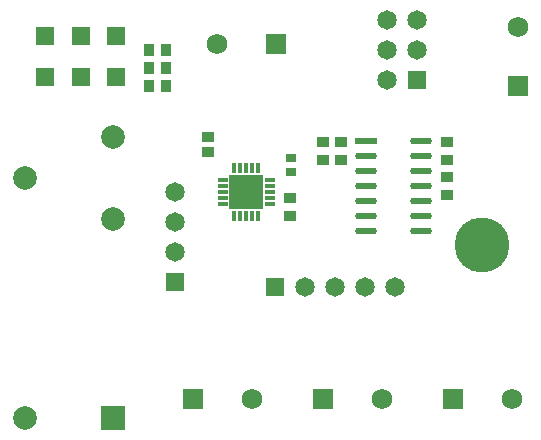
<source format=gts>
G04*
G04 #@! TF.GenerationSoftware,Altium Limited,Altium Designer,21.6.1 (37)*
G04*
G04 Layer_Color=8388736*
%FSLAX25Y25*%
%MOIN*%
G70*
G04*
G04 #@! TF.SameCoordinates,35447041-0B5E-4321-A350-582B76B9CE47*
G04*
G04*
G04 #@! TF.FilePolarity,Negative*
G04*
G01*
G75*
G04:AMPARAMS|DCode=20|XSize=73.78mil|YSize=21.34mil|CornerRadius=10.67mil|HoleSize=0mil|Usage=FLASHONLY|Rotation=0.000|XOffset=0mil|YOffset=0mil|HoleType=Round|Shape=RoundedRectangle|*
%AMROUNDEDRECTD20*
21,1,0.07378,0.00000,0,0,0.0*
21,1,0.05244,0.02134,0,0,0.0*
1,1,0.02134,0.02622,0.00000*
1,1,0.02134,-0.02622,0.00000*
1,1,0.02134,-0.02622,0.00000*
1,1,0.02134,0.02622,0.00000*
%
%ADD20ROUNDEDRECTD20*%
%ADD21R,0.07378X0.02134*%
%ADD22R,0.03543X0.02953*%
%ADD24R,0.03347X0.04134*%
%ADD25R,0.04134X0.03347*%
%ADD26R,0.11221X0.11221*%
%ADD27O,0.01575X0.03740*%
%ADD28O,0.03740X0.01575*%
%ADD29R,0.06496X0.06496*%
%ADD30R,0.04331X0.03740*%
%ADD31R,0.06890X0.06890*%
%ADD32C,0.06890*%
%ADD33R,0.06890X0.06890*%
%ADD34C,0.07874*%
%ADD35R,0.07874X0.07874*%
%ADD36C,0.06496*%
%ADD37R,0.06496X0.06496*%
%ADD38C,0.18307*%
%ADD39C,0.02559*%
D20*
X144945Y105551D02*
D03*
Y100551D02*
D03*
Y95551D02*
D03*
Y90551D02*
D03*
Y85551D02*
D03*
Y80551D02*
D03*
Y75551D02*
D03*
X126708D02*
D03*
Y80551D02*
D03*
Y85551D02*
D03*
Y90551D02*
D03*
Y95551D02*
D03*
Y100551D02*
D03*
D21*
Y105551D02*
D03*
D22*
X101402Y99984D02*
D03*
Y95260D02*
D03*
D24*
X54134Y124016D02*
D03*
X60039D02*
D03*
X54134Y129921D02*
D03*
X60039D02*
D03*
X54134Y135827D02*
D03*
X60039D02*
D03*
D25*
X153543Y99410D02*
D03*
Y105315D02*
D03*
Y87598D02*
D03*
Y93504D02*
D03*
X112205Y105315D02*
D03*
Y99409D02*
D03*
X118110Y99410D02*
D03*
Y105315D02*
D03*
X101378Y86614D02*
D03*
Y80709D02*
D03*
D26*
X86614Y88583D02*
D03*
D27*
X82677Y96457D02*
D03*
X84646D02*
D03*
X86614D02*
D03*
X88583D02*
D03*
X90551D02*
D03*
Y80709D02*
D03*
X88583D02*
D03*
X86614D02*
D03*
X84646D02*
D03*
X82677D02*
D03*
D28*
X94488Y92520D02*
D03*
Y90551D02*
D03*
Y88583D02*
D03*
Y86614D02*
D03*
Y84646D02*
D03*
X78740D02*
D03*
Y86614D02*
D03*
Y88583D02*
D03*
Y90551D02*
D03*
Y92520D02*
D03*
D29*
X19685Y126969D02*
D03*
Y140748D02*
D03*
X43307Y126969D02*
D03*
Y140748D02*
D03*
X31496Y126969D02*
D03*
Y140748D02*
D03*
X62992Y58740D02*
D03*
X143701Y125827D02*
D03*
D30*
X73819Y101772D02*
D03*
Y106890D02*
D03*
D31*
X68898Y19685D02*
D03*
X112205D02*
D03*
X155512D02*
D03*
X96457Y137795D02*
D03*
D32*
X88583Y19685D02*
D03*
X131890D02*
D03*
X175197D02*
D03*
X177165Y143701D02*
D03*
X76772Y137795D02*
D03*
D33*
X177165Y124016D02*
D03*
D34*
X12795Y13366D02*
D03*
X42323Y107067D02*
D03*
Y79508D02*
D03*
X12795Y93287D02*
D03*
D35*
X42323Y13366D02*
D03*
D36*
X62992Y88740D02*
D03*
Y78740D02*
D03*
Y68740D02*
D03*
X136299Y57087D02*
D03*
X126299D02*
D03*
X116299D02*
D03*
X106299D02*
D03*
X133701Y125827D02*
D03*
X143701Y135827D02*
D03*
X133701D02*
D03*
X143701Y145827D02*
D03*
X133701D02*
D03*
D37*
X96299Y57087D02*
D03*
D38*
X165354Y70866D02*
D03*
D39*
X88779Y86417D02*
D03*
X84449D02*
D03*
X88779Y90748D02*
D03*
X84449D02*
D03*
M02*

</source>
